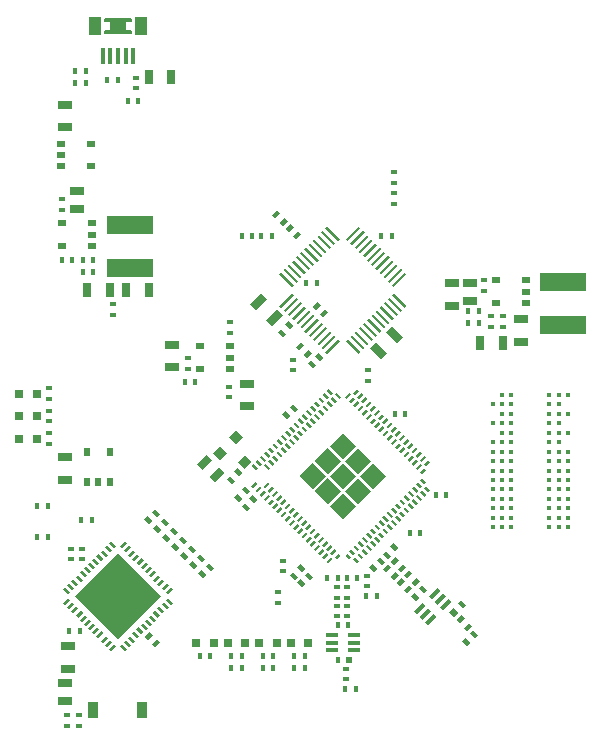
<source format=gbr>
G04 #@! TF.FileFunction,Paste,Top*
%FSLAX46Y46*%
G04 Gerber Fmt 4.6, Leading zero omitted, Abs format (unit mm)*
G04 Created by KiCad (PCBNEW 0.201512080931+6353~38~ubuntu14.04.1-stable) date Mon 21 Dec 2015 12:54:57 AM PST*
%MOMM*%
G01*
G04 APERTURE LIST*
%ADD10C,0.100000*%
%ADD11R,1.143000X0.635000*%
%ADD12R,0.700000X1.300000*%
%ADD13C,0.400000*%
%ADD14R,0.398780X0.599440*%
%ADD15R,0.599440X0.398780*%
%ADD16R,1.300000X0.700000*%
%ADD17R,0.797560X0.797560*%
%ADD18R,4.000000X1.500000*%
%ADD19R,0.950000X1.400000*%
%ADD20R,1.000000X0.350000*%
%ADD21R,0.762000X0.508000*%
%ADD22R,0.508000X0.762000*%
%ADD23R,0.400000X1.350000*%
%ADD24R,1.100000X1.500000*%
%ADD25C,0.127000*%
G04 APERTURE END LIST*
D10*
G36*
X110642590Y-105957076D02*
X110784012Y-106098498D01*
X109723352Y-107159158D01*
X109581930Y-107017736D01*
X110642590Y-105957076D01*
X110642590Y-105957076D01*
G37*
G36*
X110289036Y-105603522D02*
X110430458Y-105744944D01*
X109369798Y-106805604D01*
X109228376Y-106664182D01*
X110289036Y-105603522D01*
X110289036Y-105603522D01*
G37*
G36*
X109935483Y-105249969D02*
X110076905Y-105391391D01*
X109016245Y-106452051D01*
X108874823Y-106310629D01*
X109935483Y-105249969D01*
X109935483Y-105249969D01*
G37*
G36*
X109581930Y-104896415D02*
X109723352Y-105037837D01*
X108662692Y-106098497D01*
X108521270Y-105957075D01*
X109581930Y-104896415D01*
X109581930Y-104896415D01*
G37*
G36*
X109228376Y-104542862D02*
X109369798Y-104684284D01*
X108309138Y-105744944D01*
X108167716Y-105603522D01*
X109228376Y-104542862D01*
X109228376Y-104542862D01*
G37*
G36*
X108874823Y-104189309D02*
X109016245Y-104330731D01*
X107955585Y-105391391D01*
X107814163Y-105249969D01*
X108874823Y-104189309D01*
X108874823Y-104189309D01*
G37*
G36*
X108521269Y-103835755D02*
X108662691Y-103977177D01*
X107602031Y-105037837D01*
X107460609Y-104896415D01*
X108521269Y-103835755D01*
X108521269Y-103835755D01*
G37*
G36*
X108167716Y-103482202D02*
X108309138Y-103623624D01*
X107248478Y-104684284D01*
X107107056Y-104542862D01*
X108167716Y-103482202D01*
X108167716Y-103482202D01*
G37*
G36*
X107814163Y-103128648D02*
X107955585Y-103270070D01*
X106894925Y-104330730D01*
X106753503Y-104189308D01*
X107814163Y-103128648D01*
X107814163Y-103128648D01*
G37*
G36*
X107460609Y-102775095D02*
X107602031Y-102916517D01*
X106541371Y-103977177D01*
X106399949Y-103835755D01*
X107460609Y-102775095D01*
X107460609Y-102775095D01*
G37*
G36*
X107107056Y-102421542D02*
X107248478Y-102562964D01*
X106187818Y-103623624D01*
X106046396Y-103482202D01*
X107107056Y-102421542D01*
X107107056Y-102421542D01*
G37*
G36*
X106753502Y-102067988D02*
X106894924Y-102209410D01*
X105834264Y-103270070D01*
X105692842Y-103128648D01*
X106753502Y-102067988D01*
X106753502Y-102067988D01*
G37*
G36*
X104066498Y-102067988D02*
X105127158Y-103128648D01*
X104985736Y-103270070D01*
X103925076Y-102209410D01*
X104066498Y-102067988D01*
X104066498Y-102067988D01*
G37*
G36*
X103712944Y-102421542D02*
X104773604Y-103482202D01*
X104632182Y-103623624D01*
X103571522Y-102562964D01*
X103712944Y-102421542D01*
X103712944Y-102421542D01*
G37*
G36*
X103359391Y-102775095D02*
X104420051Y-103835755D01*
X104278629Y-103977177D01*
X103217969Y-102916517D01*
X103359391Y-102775095D01*
X103359391Y-102775095D01*
G37*
G36*
X103005837Y-103128648D02*
X104066497Y-104189308D01*
X103925075Y-104330730D01*
X102864415Y-103270070D01*
X103005837Y-103128648D01*
X103005837Y-103128648D01*
G37*
G36*
X102652284Y-103482202D02*
X103712944Y-104542862D01*
X103571522Y-104684284D01*
X102510862Y-103623624D01*
X102652284Y-103482202D01*
X102652284Y-103482202D01*
G37*
G36*
X102298731Y-103835755D02*
X103359391Y-104896415D01*
X103217969Y-105037837D01*
X102157309Y-103977177D01*
X102298731Y-103835755D01*
X102298731Y-103835755D01*
G37*
G36*
X101945177Y-104189309D02*
X103005837Y-105249969D01*
X102864415Y-105391391D01*
X101803755Y-104330731D01*
X101945177Y-104189309D01*
X101945177Y-104189309D01*
G37*
G36*
X101591624Y-104542862D02*
X102652284Y-105603522D01*
X102510862Y-105744944D01*
X101450202Y-104684284D01*
X101591624Y-104542862D01*
X101591624Y-104542862D01*
G37*
G36*
X101238070Y-104896415D02*
X102298730Y-105957075D01*
X102157308Y-106098497D01*
X101096648Y-105037837D01*
X101238070Y-104896415D01*
X101238070Y-104896415D01*
G37*
G36*
X100884517Y-105249969D02*
X101945177Y-106310629D01*
X101803755Y-106452051D01*
X100743095Y-105391391D01*
X100884517Y-105249969D01*
X100884517Y-105249969D01*
G37*
G36*
X100530964Y-105603522D02*
X101591624Y-106664182D01*
X101450202Y-106805604D01*
X100389542Y-105744944D01*
X100530964Y-105603522D01*
X100530964Y-105603522D01*
G37*
G36*
X100177410Y-105957076D02*
X101238070Y-107017736D01*
X101096648Y-107159158D01*
X100035988Y-106098498D01*
X100177410Y-105957076D01*
X100177410Y-105957076D01*
G37*
G36*
X101096648Y-107724842D02*
X101238070Y-107866264D01*
X100177410Y-108926924D01*
X100035988Y-108785502D01*
X101096648Y-107724842D01*
X101096648Y-107724842D01*
G37*
G36*
X101450202Y-108078396D02*
X101591624Y-108219818D01*
X100530964Y-109280478D01*
X100389542Y-109139056D01*
X101450202Y-108078396D01*
X101450202Y-108078396D01*
G37*
G36*
X101803755Y-108431949D02*
X101945177Y-108573371D01*
X100884517Y-109634031D01*
X100743095Y-109492609D01*
X101803755Y-108431949D01*
X101803755Y-108431949D01*
G37*
G36*
X102157308Y-108785503D02*
X102298730Y-108926925D01*
X101238070Y-109987585D01*
X101096648Y-109846163D01*
X102157308Y-108785503D01*
X102157308Y-108785503D01*
G37*
G36*
X102510862Y-109139056D02*
X102652284Y-109280478D01*
X101591624Y-110341138D01*
X101450202Y-110199716D01*
X102510862Y-109139056D01*
X102510862Y-109139056D01*
G37*
G36*
X102864415Y-109492609D02*
X103005837Y-109634031D01*
X101945177Y-110694691D01*
X101803755Y-110553269D01*
X102864415Y-109492609D01*
X102864415Y-109492609D01*
G37*
G36*
X103217969Y-109846163D02*
X103359391Y-109987585D01*
X102298731Y-111048245D01*
X102157309Y-110906823D01*
X103217969Y-109846163D01*
X103217969Y-109846163D01*
G37*
G36*
X103571522Y-110199716D02*
X103712944Y-110341138D01*
X102652284Y-111401798D01*
X102510862Y-111260376D01*
X103571522Y-110199716D01*
X103571522Y-110199716D01*
G37*
G36*
X103925075Y-110553270D02*
X104066497Y-110694692D01*
X103005837Y-111755352D01*
X102864415Y-111613930D01*
X103925075Y-110553270D01*
X103925075Y-110553270D01*
G37*
G36*
X104278629Y-110906823D02*
X104420051Y-111048245D01*
X103359391Y-112108905D01*
X103217969Y-111967483D01*
X104278629Y-110906823D01*
X104278629Y-110906823D01*
G37*
G36*
X104632182Y-111260376D02*
X104773604Y-111401798D01*
X103712944Y-112462458D01*
X103571522Y-112321036D01*
X104632182Y-111260376D01*
X104632182Y-111260376D01*
G37*
G36*
X104985736Y-111613930D02*
X105127158Y-111755352D01*
X104066498Y-112816012D01*
X103925076Y-112674590D01*
X104985736Y-111613930D01*
X104985736Y-111613930D01*
G37*
G36*
X105834264Y-111613930D02*
X106894924Y-112674590D01*
X106753502Y-112816012D01*
X105692842Y-111755352D01*
X105834264Y-111613930D01*
X105834264Y-111613930D01*
G37*
G36*
X106187818Y-111260376D02*
X107248478Y-112321036D01*
X107107056Y-112462458D01*
X106046396Y-111401798D01*
X106187818Y-111260376D01*
X106187818Y-111260376D01*
G37*
G36*
X106541371Y-110906823D02*
X107602031Y-111967483D01*
X107460609Y-112108905D01*
X106399949Y-111048245D01*
X106541371Y-110906823D01*
X106541371Y-110906823D01*
G37*
G36*
X106894925Y-110553270D02*
X107955585Y-111613930D01*
X107814163Y-111755352D01*
X106753503Y-110694692D01*
X106894925Y-110553270D01*
X106894925Y-110553270D01*
G37*
G36*
X107248478Y-110199716D02*
X108309138Y-111260376D01*
X108167716Y-111401798D01*
X107107056Y-110341138D01*
X107248478Y-110199716D01*
X107248478Y-110199716D01*
G37*
G36*
X107602031Y-109846163D02*
X108662691Y-110906823D01*
X108521269Y-111048245D01*
X107460609Y-109987585D01*
X107602031Y-109846163D01*
X107602031Y-109846163D01*
G37*
G36*
X107955585Y-109492609D02*
X109016245Y-110553269D01*
X108874823Y-110694691D01*
X107814163Y-109634031D01*
X107955585Y-109492609D01*
X107955585Y-109492609D01*
G37*
G36*
X108309138Y-109139056D02*
X109369798Y-110199716D01*
X109228376Y-110341138D01*
X108167716Y-109280478D01*
X108309138Y-109139056D01*
X108309138Y-109139056D01*
G37*
G36*
X108662692Y-108785503D02*
X109723352Y-109846163D01*
X109581930Y-109987585D01*
X108521270Y-108926925D01*
X108662692Y-108785503D01*
X108662692Y-108785503D01*
G37*
G36*
X109016245Y-108431949D02*
X110076905Y-109492609D01*
X109935483Y-109634031D01*
X108874823Y-108573371D01*
X109016245Y-108431949D01*
X109016245Y-108431949D01*
G37*
G36*
X109369798Y-108078396D02*
X110430458Y-109139056D01*
X110289036Y-109280478D01*
X109228376Y-108219818D01*
X109369798Y-108078396D01*
X109369798Y-108078396D01*
G37*
G36*
X109723352Y-107724842D02*
X110784012Y-108785502D01*
X110642590Y-108926924D01*
X109581930Y-107866264D01*
X109723352Y-107724842D01*
X109723352Y-107724842D01*
G37*
D11*
X82931000Y-100584000D03*
X82931000Y-99060000D03*
D12*
X88966000Y-89408000D03*
X90866000Y-89408000D03*
D13*
X124485000Y-121120000D03*
X123685000Y-121120000D03*
X122885000Y-121120000D03*
X119685000Y-121120000D03*
X118885000Y-121120000D03*
X118085000Y-121120000D03*
X118885000Y-119520000D03*
X119685000Y-119520000D03*
X122885000Y-119520000D03*
X123685000Y-119520000D03*
X124485000Y-119520000D03*
X123685000Y-120320000D03*
X122885000Y-120320000D03*
X119685000Y-120320000D03*
X118885000Y-120320000D03*
X118085000Y-120320000D03*
X118085000Y-117120000D03*
X118885000Y-117120000D03*
X119685000Y-117120000D03*
X122885000Y-117120000D03*
X123685000Y-117120000D03*
X124485000Y-116320000D03*
X123685000Y-116320000D03*
X122885000Y-116320000D03*
X119685000Y-116320000D03*
X118885000Y-116320000D03*
X118885000Y-117920000D03*
X119685000Y-117920000D03*
X122885000Y-117920000D03*
X123685000Y-117920000D03*
X124485000Y-117920000D03*
X123685000Y-118720000D03*
X122885000Y-118720000D03*
X119685000Y-118720000D03*
X118885000Y-118720000D03*
X118085000Y-118720000D03*
X118085000Y-124320000D03*
X118885000Y-124320000D03*
X119685000Y-124320000D03*
X122885000Y-124320000D03*
X123685000Y-124320000D03*
X124485000Y-124320000D03*
X124485000Y-123520000D03*
X123685000Y-123520000D03*
X122885000Y-123520000D03*
X119685000Y-123520000D03*
X118885000Y-123520000D03*
X118085000Y-123520000D03*
X118085000Y-121920000D03*
X118885000Y-121920000D03*
X119685000Y-121920000D03*
X122885000Y-121920000D03*
X123685000Y-121920000D03*
X124485000Y-121920000D03*
X124485000Y-122720000D03*
X123685000Y-122720000D03*
X122885000Y-122720000D03*
X119685000Y-122720000D03*
X118885000Y-122720000D03*
X118085000Y-122720000D03*
X118085000Y-125920000D03*
X118885000Y-125920000D03*
X119685000Y-125920000D03*
X122885000Y-125920000D03*
X123685000Y-125920000D03*
X124485000Y-125920000D03*
X124485000Y-125120000D03*
X123685000Y-125120000D03*
X122885000Y-125120000D03*
X119685000Y-125120000D03*
X118885000Y-125120000D03*
X118085000Y-125120000D03*
X118085000Y-126720000D03*
X118885000Y-126720000D03*
X119685000Y-126720000D03*
X122885000Y-126720000D03*
X123685000Y-126720000D03*
X124485000Y-126720000D03*
X124485000Y-127520000D03*
X123685000Y-127520000D03*
X122885000Y-127520000D03*
X119685000Y-127520000D03*
X118885000Y-127520000D03*
X118085000Y-127520000D03*
D10*
G36*
X101211155Y-131282977D02*
X101635023Y-131706845D01*
X101353043Y-131988825D01*
X100929175Y-131564957D01*
X101211155Y-131282977D01*
X101211155Y-131282977D01*
G37*
G36*
X101846957Y-130647175D02*
X102270825Y-131071043D01*
X101988845Y-131353023D01*
X101564977Y-130929155D01*
X101846957Y-130647175D01*
X101846957Y-130647175D01*
G37*
D14*
X108272580Y-133350000D03*
X107373420Y-133350000D03*
D10*
G36*
X101846155Y-131917977D02*
X102270023Y-132341845D01*
X101988043Y-132623825D01*
X101564175Y-132199957D01*
X101846155Y-131917977D01*
X101846155Y-131917977D01*
G37*
G36*
X102481957Y-131282175D02*
X102905825Y-131706043D01*
X102623845Y-131988023D01*
X102199977Y-131564155D01*
X102481957Y-131282175D01*
X102481957Y-131282175D01*
G37*
G36*
X96512155Y-124678977D02*
X96936023Y-125102845D01*
X96654043Y-125384825D01*
X96230175Y-124960957D01*
X96512155Y-124678977D01*
X96512155Y-124678977D01*
G37*
G36*
X97147957Y-124043175D02*
X97571825Y-124467043D01*
X97289845Y-124749023D01*
X96865977Y-124325155D01*
X97147957Y-124043175D01*
X97147957Y-124043175D01*
G37*
D14*
X110685580Y-117919500D03*
X109786420Y-117919500D03*
D15*
X107505500Y-114231420D03*
X107505500Y-115130580D03*
D14*
X114178080Y-124777500D03*
X113278920Y-124777500D03*
X111955580Y-128016000D03*
X111056420Y-128016000D03*
D15*
X81661000Y-99753420D03*
X81661000Y-100652580D03*
D16*
X81915000Y-93660000D03*
X81915000Y-91760000D03*
X81915000Y-123505000D03*
X81915000Y-121605000D03*
D12*
X85659000Y-107442000D03*
X83759000Y-107442000D03*
D14*
X83370420Y-105918000D03*
X84269580Y-105918000D03*
D16*
X90932000Y-113980000D03*
X90932000Y-112080000D03*
X114681000Y-106873000D03*
X114681000Y-108773000D03*
D15*
X92329000Y-113215420D03*
X92329000Y-114114580D03*
D11*
X116205000Y-106807000D03*
X116205000Y-108331000D03*
D15*
X117348000Y-107510580D03*
X117348000Y-106611420D03*
D10*
G36*
X95877155Y-123154977D02*
X96301023Y-123578845D01*
X96019043Y-123860825D01*
X95595175Y-123436957D01*
X95877155Y-123154977D01*
X95877155Y-123154977D01*
G37*
G36*
X96512957Y-122519175D02*
X96936825Y-122943043D01*
X96654845Y-123225023D01*
X96230977Y-122801155D01*
X96512957Y-122519175D01*
X96512957Y-122519175D01*
G37*
G36*
X95401433Y-122914210D02*
X94593210Y-123722433D01*
X94144197Y-123273420D01*
X94952420Y-122465197D01*
X95401433Y-122914210D01*
X95401433Y-122914210D01*
G37*
G36*
X94323803Y-121836580D02*
X93515580Y-122644803D01*
X93066567Y-122195790D01*
X93874790Y-121387567D01*
X94323803Y-121836580D01*
X94323803Y-121836580D01*
G37*
D16*
X97282000Y-115382000D03*
X97282000Y-117282000D03*
X120523000Y-111821000D03*
X120523000Y-109921000D03*
D15*
X95758000Y-116527580D03*
X95758000Y-115628420D03*
D12*
X118933000Y-111887000D03*
X117033000Y-111887000D03*
D15*
X118999000Y-109659420D03*
X118999000Y-110558580D03*
X117983000Y-109659420D03*
X117983000Y-110558580D03*
D14*
X82735420Y-88900000D03*
X83634580Y-88900000D03*
D10*
G36*
X89245977Y-137421845D02*
X89669845Y-136997977D01*
X89951825Y-137279957D01*
X89527957Y-137703825D01*
X89245977Y-137421845D01*
X89245977Y-137421845D01*
G37*
G36*
X88610175Y-136786043D02*
X89034043Y-136362175D01*
X89316023Y-136644155D01*
X88892155Y-137068023D01*
X88610175Y-136786043D01*
X88610175Y-136786043D01*
G37*
D15*
X83312000Y-129344420D03*
X83312000Y-130243580D03*
X82423000Y-129344420D03*
X82423000Y-130243580D03*
D16*
X82169000Y-137607000D03*
X82169000Y-139507000D03*
D14*
X82227420Y-136271000D03*
X83126580Y-136271000D03*
D15*
X83058000Y-144340580D03*
X83058000Y-143441420D03*
D14*
X104071420Y-131826000D03*
X104970580Y-131826000D03*
X106621580Y-131826000D03*
X105722420Y-131826000D03*
D10*
G36*
X107942155Y-130647977D02*
X108366023Y-131071845D01*
X108084043Y-131353825D01*
X107660175Y-130929957D01*
X107942155Y-130647977D01*
X107942155Y-130647977D01*
G37*
G36*
X108577957Y-130012175D02*
X109001825Y-130436043D01*
X108719845Y-130718023D01*
X108295977Y-130294155D01*
X108577957Y-130012175D01*
X108577957Y-130012175D01*
G37*
G36*
X109862845Y-129575023D02*
X109438977Y-129151155D01*
X109720957Y-128869175D01*
X110144825Y-129293043D01*
X109862845Y-129575023D01*
X109862845Y-129575023D01*
G37*
G36*
X109227043Y-130210825D02*
X108803175Y-129786957D01*
X109085155Y-129504977D01*
X109509023Y-129928845D01*
X109227043Y-130210825D01*
X109227043Y-130210825D01*
G37*
D15*
X104902000Y-134170420D03*
X104902000Y-135069580D03*
X105791000Y-134170420D03*
X105791000Y-135069580D03*
D10*
G36*
X110652023Y-132072155D02*
X110228155Y-132496023D01*
X109946175Y-132214043D01*
X110370043Y-131790175D01*
X110652023Y-132072155D01*
X110652023Y-132072155D01*
G37*
G36*
X111287825Y-132707957D02*
X110863957Y-133131825D01*
X110581977Y-132849845D01*
X111005845Y-132425977D01*
X111287825Y-132707957D01*
X111287825Y-132707957D01*
G37*
G36*
X111287023Y-131437155D02*
X110863155Y-131861023D01*
X110581175Y-131579043D01*
X111005043Y-131155175D01*
X111287023Y-131437155D01*
X111287023Y-131437155D01*
G37*
G36*
X111922825Y-132072957D02*
X111498957Y-132496825D01*
X111216977Y-132214845D01*
X111640845Y-131790977D01*
X111922825Y-132072957D01*
X111922825Y-132072957D01*
G37*
D14*
X105859580Y-135826500D03*
X104960420Y-135826500D03*
D10*
G36*
X112275845Y-133131023D02*
X111851977Y-132707155D01*
X112133957Y-132425175D01*
X112557825Y-132849043D01*
X112275845Y-133131023D01*
X112275845Y-133131023D01*
G37*
G36*
X111640043Y-133766825D02*
X111216175Y-133342957D01*
X111498155Y-133060977D01*
X111922023Y-133484845D01*
X111640043Y-133766825D01*
X111640043Y-133766825D01*
G37*
D14*
X104960420Y-138747500D03*
X105859580Y-138747500D03*
D10*
G36*
X115577845Y-134401023D02*
X115153977Y-133977155D01*
X115435957Y-133695175D01*
X115859825Y-134119043D01*
X115577845Y-134401023D01*
X115577845Y-134401023D01*
G37*
G36*
X114942043Y-135036825D02*
X114518175Y-134612957D01*
X114800155Y-134330977D01*
X115224023Y-134754845D01*
X114942043Y-135036825D01*
X114942043Y-135036825D01*
G37*
D14*
X105976420Y-138747500D03*
D10*
G36*
X114815845Y-135163023D02*
X114391977Y-134739155D01*
X114673957Y-134457175D01*
X115097825Y-134881043D01*
X114815845Y-135163023D01*
X114815845Y-135163023D01*
G37*
D14*
X106494580Y-141224000D03*
X105595420Y-141224000D03*
D10*
G36*
X115816155Y-136870977D02*
X116240023Y-137294845D01*
X115958043Y-137576825D01*
X115534175Y-137152957D01*
X115816155Y-136870977D01*
X115816155Y-136870977D01*
G37*
G36*
X116451957Y-136235175D02*
X116875825Y-136659043D01*
X116593845Y-136941023D01*
X116169977Y-136517155D01*
X116451957Y-136235175D01*
X116451957Y-136235175D01*
G37*
D15*
X109728000Y-100144580D03*
X109728000Y-99245420D03*
D10*
G36*
X100195155Y-110708977D02*
X100619023Y-111132845D01*
X100337043Y-111414825D01*
X99913175Y-110990957D01*
X100195155Y-110708977D01*
X100195155Y-110708977D01*
G37*
G36*
X100830957Y-110073175D02*
X101254825Y-110497043D01*
X100972845Y-110779023D01*
X100548977Y-110355155D01*
X100830957Y-110073175D01*
X100830957Y-110073175D01*
G37*
D14*
X109542580Y-102870000D03*
X108643420Y-102870000D03*
D10*
G36*
X100311858Y-109552619D02*
X99392619Y-110471858D01*
X98897644Y-109976883D01*
X99816883Y-109057644D01*
X100311858Y-109552619D01*
X100311858Y-109552619D01*
G37*
G36*
X98968356Y-108209117D02*
X98049117Y-109128356D01*
X97554142Y-108633381D01*
X98473381Y-107714142D01*
X98968356Y-108209117D01*
X98968356Y-108209117D01*
G37*
D17*
X79489300Y-116205000D03*
X77990700Y-116205000D03*
X79489300Y-120015000D03*
X77990700Y-120015000D03*
X79489300Y-118110000D03*
X77990700Y-118110000D03*
X95643700Y-137287000D03*
X97142300Y-137287000D03*
X94475300Y-137287000D03*
X92976700Y-137287000D03*
X102476300Y-137287000D03*
X100977700Y-137287000D03*
X99809300Y-137287000D03*
X98310700Y-137287000D03*
D15*
X107442000Y-131630420D03*
X107442000Y-132529580D03*
D18*
X87376000Y-101959000D03*
X87376000Y-105559000D03*
X124079000Y-106785000D03*
X124079000Y-110385000D03*
D11*
X81915000Y-142240000D03*
X81915000Y-140716000D03*
D15*
X104902000Y-132582920D03*
X104902000Y-133482080D03*
X105791000Y-132582920D03*
X105791000Y-133482080D03*
D10*
G36*
X109509023Y-130929155D02*
X109085155Y-131353023D01*
X108803175Y-131071043D01*
X109227043Y-130647175D01*
X109509023Y-130929155D01*
X109509023Y-130929155D01*
G37*
G36*
X110144825Y-131564957D02*
X109720957Y-131988825D01*
X109438977Y-131706845D01*
X109862845Y-131282977D01*
X110144825Y-131564957D01*
X110144825Y-131564957D01*
G37*
G36*
X110144023Y-130294155D02*
X109720155Y-130718023D01*
X109438175Y-130436043D01*
X109862043Y-130012175D01*
X110144023Y-130294155D01*
X110144023Y-130294155D01*
G37*
G36*
X110779825Y-130929957D02*
X110355957Y-131353825D01*
X110073977Y-131071845D01*
X110497845Y-130647977D01*
X110779825Y-130929957D01*
X110779825Y-130929957D01*
G37*
D15*
X105664000Y-139504420D03*
X105664000Y-140403580D03*
D10*
G36*
X115732023Y-135247155D02*
X115308155Y-135671023D01*
X115026175Y-135389043D01*
X115450043Y-134965175D01*
X115732023Y-135247155D01*
X115732023Y-135247155D01*
G37*
G36*
X116367825Y-135882957D02*
X115943957Y-136306825D01*
X115661977Y-136024845D01*
X116085845Y-135600977D01*
X116367825Y-135882957D01*
X116367825Y-135882957D01*
G37*
G36*
X96357107Y-119339848D02*
X96922863Y-119905604D01*
X96357107Y-120471360D01*
X95791351Y-119905604D01*
X96357107Y-119339848D01*
X96357107Y-119339848D01*
G37*
G36*
X95013604Y-120683351D02*
X95579360Y-121249107D01*
X95013604Y-121814863D01*
X94447848Y-121249107D01*
X95013604Y-120683351D01*
X95013604Y-120683351D01*
G37*
G36*
X97098848Y-121425092D02*
X97664604Y-121990848D01*
X97098848Y-122556604D01*
X96533092Y-121990848D01*
X97098848Y-121425092D01*
X97098848Y-121425092D01*
G37*
G36*
X97147155Y-125440977D02*
X97571023Y-125864845D01*
X97289043Y-126146825D01*
X96865175Y-125722957D01*
X97147155Y-125440977D01*
X97147155Y-125440977D01*
G37*
G36*
X97782957Y-124805175D02*
X98206825Y-125229043D01*
X97924845Y-125511023D01*
X97500977Y-125087155D01*
X97782957Y-124805175D01*
X97782957Y-124805175D01*
G37*
D15*
X80518000Y-116654580D03*
X80518000Y-115755420D03*
X80518000Y-120464580D03*
X80518000Y-119565420D03*
D14*
X83370420Y-104902000D03*
X84269580Y-104902000D03*
X81592420Y-104902000D03*
X82491580Y-104902000D03*
X92905580Y-115189000D03*
X92006420Y-115189000D03*
D15*
X95885000Y-110167420D03*
X95885000Y-111066580D03*
D14*
X116009420Y-110236000D03*
X116908580Y-110236000D03*
X116009420Y-109220000D03*
X116908580Y-109220000D03*
X82735420Y-89916000D03*
X83634580Y-89916000D03*
D10*
G36*
X89669845Y-126654023D02*
X89245977Y-126230155D01*
X89527957Y-125948175D01*
X89951825Y-126372043D01*
X89669845Y-126654023D01*
X89669845Y-126654023D01*
G37*
G36*
X89034043Y-127289825D02*
X88610175Y-126865957D01*
X88892155Y-126583977D01*
X89316023Y-127007845D01*
X89034043Y-127289825D01*
X89034043Y-127289825D01*
G37*
G36*
X93464155Y-131155977D02*
X93888023Y-131579845D01*
X93606043Y-131861825D01*
X93182175Y-131437957D01*
X93464155Y-131155977D01*
X93464155Y-131155977D01*
G37*
G36*
X94099957Y-130520175D02*
X94523825Y-130944043D01*
X94241845Y-131226023D01*
X93817977Y-130802155D01*
X94099957Y-130520175D01*
X94099957Y-130520175D01*
G37*
G36*
X92702155Y-130393977D02*
X93126023Y-130817845D01*
X92844043Y-131099825D01*
X92420175Y-130675957D01*
X92702155Y-130393977D01*
X92702155Y-130393977D01*
G37*
G36*
X93337957Y-129758175D02*
X93761825Y-130182043D01*
X93479845Y-130464023D01*
X93055977Y-130040155D01*
X93337957Y-129758175D01*
X93337957Y-129758175D01*
G37*
G36*
X91940155Y-129631977D02*
X92364023Y-130055845D01*
X92082043Y-130337825D01*
X91658175Y-129913957D01*
X91940155Y-129631977D01*
X91940155Y-129631977D01*
G37*
G36*
X92575957Y-128996175D02*
X92999825Y-129420043D01*
X92717845Y-129702023D01*
X92293977Y-129278155D01*
X92575957Y-128996175D01*
X92575957Y-128996175D01*
G37*
G36*
X91178155Y-128869977D02*
X91602023Y-129293845D01*
X91320043Y-129575825D01*
X90896175Y-129151957D01*
X91178155Y-128869977D01*
X91178155Y-128869977D01*
G37*
G36*
X91813957Y-128234175D02*
X92237825Y-128658043D01*
X91955845Y-128940023D01*
X91531977Y-128516155D01*
X91813957Y-128234175D01*
X91813957Y-128234175D01*
G37*
G36*
X90416155Y-128107977D02*
X90840023Y-128531845D01*
X90558043Y-128813825D01*
X90134175Y-128389957D01*
X90416155Y-128107977D01*
X90416155Y-128107977D01*
G37*
G36*
X91051957Y-127472175D02*
X91475825Y-127896043D01*
X91193845Y-128178023D01*
X90769977Y-127754155D01*
X91051957Y-127472175D01*
X91051957Y-127472175D01*
G37*
G36*
X89654155Y-127345977D02*
X90078023Y-127769845D01*
X89796043Y-128051825D01*
X89372175Y-127627957D01*
X89654155Y-127345977D01*
X89654155Y-127345977D01*
G37*
G36*
X90289957Y-126710175D02*
X90713825Y-127134043D01*
X90431845Y-127416023D01*
X90007977Y-126992155D01*
X90289957Y-126710175D01*
X90289957Y-126710175D01*
G37*
D15*
X80518000Y-117660420D03*
X80518000Y-118559580D03*
X82042000Y-144340580D03*
X82042000Y-143441420D03*
X99949000Y-133027420D03*
X99949000Y-133926580D03*
X100330000Y-130360420D03*
X100330000Y-131259580D03*
D14*
X95943420Y-138430000D03*
X96842580Y-138430000D03*
D10*
G36*
X100576155Y-117693977D02*
X101000023Y-118117845D01*
X100718043Y-118399825D01*
X100294175Y-117975957D01*
X100576155Y-117693977D01*
X100576155Y-117693977D01*
G37*
G36*
X101211957Y-117058175D02*
X101635825Y-117482043D01*
X101353845Y-117764023D01*
X100929977Y-117340155D01*
X101211957Y-117058175D01*
X101211957Y-117058175D01*
G37*
D14*
X96842580Y-139446000D03*
X95943420Y-139446000D03*
X84142580Y-126873000D03*
X83243420Y-126873000D03*
X94175580Y-138430000D03*
X93276420Y-138430000D03*
X102176580Y-138430000D03*
X101277420Y-138430000D03*
X101277420Y-139446000D03*
X102176580Y-139446000D03*
D15*
X101219000Y-114241580D03*
X101219000Y-113342420D03*
D14*
X99509580Y-138430000D03*
X98610420Y-138430000D03*
X98610420Y-139446000D03*
X99509580Y-139446000D03*
D15*
X109728000Y-97467420D03*
X109728000Y-98366580D03*
D10*
G36*
X103512845Y-113446023D02*
X103088977Y-113022155D01*
X103370957Y-112740175D01*
X103794825Y-113164043D01*
X103512845Y-113446023D01*
X103512845Y-113446023D01*
G37*
G36*
X102877043Y-114081825D02*
X102453175Y-113657957D01*
X102735155Y-113375977D01*
X103159023Y-113799845D01*
X102877043Y-114081825D01*
X102877043Y-114081825D01*
G37*
G36*
X102072977Y-112910845D02*
X102496845Y-112486977D01*
X102778825Y-112768957D01*
X102354957Y-113192825D01*
X102072977Y-112910845D01*
X102072977Y-112910845D01*
G37*
G36*
X101437175Y-112275043D02*
X101861043Y-111851175D01*
X102143023Y-112133155D01*
X101719155Y-112557023D01*
X101437175Y-112275043D01*
X101437175Y-112275043D01*
G37*
D19*
X88435000Y-143002000D03*
X84285000Y-143002000D03*
D20*
X106310000Y-137937000D03*
X106310000Y-137287000D03*
X106310000Y-136637000D03*
X104510000Y-136637000D03*
X104510000Y-137287000D03*
X104510000Y-137937000D03*
D10*
G36*
X113648719Y-134292033D02*
X114355826Y-133584926D01*
X114603313Y-133832413D01*
X113896206Y-134539520D01*
X113648719Y-134292033D01*
X113648719Y-134292033D01*
G37*
G36*
X113189099Y-133832414D02*
X113896206Y-133125307D01*
X114143693Y-133372794D01*
X113436586Y-134079901D01*
X113189099Y-133832414D01*
X113189099Y-133832414D01*
G37*
G36*
X112729480Y-133372794D02*
X113436587Y-132665687D01*
X113684074Y-132913174D01*
X112976967Y-133620281D01*
X112729480Y-133372794D01*
X112729480Y-133372794D01*
G37*
G36*
X111456687Y-134645587D02*
X112163794Y-133938480D01*
X112411281Y-134185967D01*
X111704174Y-134893074D01*
X111456687Y-134645587D01*
X111456687Y-134645587D01*
G37*
G36*
X111916307Y-135105206D02*
X112623414Y-134398099D01*
X112870901Y-134645586D01*
X112163794Y-135352693D01*
X111916307Y-135105206D01*
X111916307Y-135105206D01*
G37*
G36*
X112375926Y-135564826D02*
X113083033Y-134857719D01*
X113330520Y-135105206D01*
X112623413Y-135812313D01*
X112375926Y-135564826D01*
X112375926Y-135564826D01*
G37*
G36*
X106795944Y-130430774D02*
X106640366Y-130586352D01*
X106267706Y-130213692D01*
X106423284Y-130058114D01*
X106795944Y-130430774D01*
X106795944Y-130430774D01*
G37*
G36*
X107149497Y-130077220D02*
X106993919Y-130232798D01*
X106621259Y-129860138D01*
X106776837Y-129704560D01*
X107149497Y-130077220D01*
X107149497Y-130077220D01*
G37*
G36*
X107503051Y-129723667D02*
X107347473Y-129879245D01*
X106974813Y-129506585D01*
X107130391Y-129351007D01*
X107503051Y-129723667D01*
X107503051Y-129723667D01*
G37*
G36*
X107856604Y-129370113D02*
X107701026Y-129525691D01*
X107328366Y-129153031D01*
X107483944Y-128997453D01*
X107856604Y-129370113D01*
X107856604Y-129370113D01*
G37*
G36*
X108210157Y-129016560D02*
X108054579Y-129172138D01*
X107681919Y-128799478D01*
X107837497Y-128643900D01*
X108210157Y-129016560D01*
X108210157Y-129016560D01*
G37*
G36*
X108563711Y-128663007D02*
X108408133Y-128818585D01*
X108035473Y-128445925D01*
X108191051Y-128290347D01*
X108563711Y-128663007D01*
X108563711Y-128663007D01*
G37*
G36*
X108917264Y-128309453D02*
X108761686Y-128465031D01*
X108389026Y-128092371D01*
X108544604Y-127936793D01*
X108917264Y-128309453D01*
X108917264Y-128309453D01*
G37*
G36*
X109270818Y-127955900D02*
X109115240Y-128111478D01*
X108742580Y-127738818D01*
X108898158Y-127583240D01*
X109270818Y-127955900D01*
X109270818Y-127955900D01*
G37*
G36*
X109624371Y-127602346D02*
X109468793Y-127757924D01*
X109096133Y-127385264D01*
X109251711Y-127229686D01*
X109624371Y-127602346D01*
X109624371Y-127602346D01*
G37*
G36*
X109977924Y-127248793D02*
X109822346Y-127404371D01*
X109449686Y-127031711D01*
X109605264Y-126876133D01*
X109977924Y-127248793D01*
X109977924Y-127248793D01*
G37*
G36*
X110331478Y-126895240D02*
X110175900Y-127050818D01*
X109803240Y-126678158D01*
X109958818Y-126522580D01*
X110331478Y-126895240D01*
X110331478Y-126895240D01*
G37*
G36*
X110685031Y-126541686D02*
X110529453Y-126697264D01*
X110156793Y-126324604D01*
X110312371Y-126169026D01*
X110685031Y-126541686D01*
X110685031Y-126541686D01*
G37*
G36*
X111038585Y-126188133D02*
X110883007Y-126343711D01*
X110510347Y-125971051D01*
X110665925Y-125815473D01*
X111038585Y-126188133D01*
X111038585Y-126188133D01*
G37*
G36*
X111392138Y-125834579D02*
X111236560Y-125990157D01*
X110863900Y-125617497D01*
X111019478Y-125461919D01*
X111392138Y-125834579D01*
X111392138Y-125834579D01*
G37*
G36*
X111745691Y-125481026D02*
X111590113Y-125636604D01*
X111217453Y-125263944D01*
X111373031Y-125108366D01*
X111745691Y-125481026D01*
X111745691Y-125481026D01*
G37*
G36*
X112099245Y-125127473D02*
X111943667Y-125283051D01*
X111571007Y-124910391D01*
X111726585Y-124754813D01*
X112099245Y-125127473D01*
X112099245Y-125127473D01*
G37*
G36*
X112452798Y-124773919D02*
X112297220Y-124929497D01*
X111924560Y-124556837D01*
X112080138Y-124401259D01*
X112452798Y-124773919D01*
X112452798Y-124773919D01*
G37*
G36*
X112806352Y-124420366D02*
X112650774Y-124575944D01*
X112278114Y-124203284D01*
X112433692Y-124047706D01*
X112806352Y-124420366D01*
X112806352Y-124420366D01*
G37*
G36*
X106063028Y-130072624D02*
X105928663Y-130206989D01*
X105645806Y-129924132D01*
X105780171Y-129789767D01*
X106063028Y-130072624D01*
X106063028Y-130072624D01*
G37*
G36*
X106461482Y-129742759D02*
X106305904Y-129898337D01*
X105933244Y-129525677D01*
X106088822Y-129370099D01*
X106461482Y-129742759D01*
X106461482Y-129742759D01*
G37*
G36*
X106815036Y-129389205D02*
X106659458Y-129544783D01*
X106286798Y-129172123D01*
X106442376Y-129016545D01*
X106815036Y-129389205D01*
X106815036Y-129389205D01*
G37*
G36*
X107168589Y-129035652D02*
X107013011Y-129191230D01*
X106640351Y-128818570D01*
X106795929Y-128662992D01*
X107168589Y-129035652D01*
X107168589Y-129035652D01*
G37*
G36*
X107522143Y-128682098D02*
X107366565Y-128837676D01*
X106993905Y-128465016D01*
X107149483Y-128309438D01*
X107522143Y-128682098D01*
X107522143Y-128682098D01*
G37*
G36*
X107875696Y-128328545D02*
X107720118Y-128484123D01*
X107347458Y-128111463D01*
X107503036Y-127955885D01*
X107875696Y-128328545D01*
X107875696Y-128328545D01*
G37*
G36*
X108229249Y-127974992D02*
X108073671Y-128130570D01*
X107701011Y-127757910D01*
X107856589Y-127602332D01*
X108229249Y-127974992D01*
X108229249Y-127974992D01*
G37*
G36*
X108582803Y-127621438D02*
X108427225Y-127777016D01*
X108054565Y-127404356D01*
X108210143Y-127248778D01*
X108582803Y-127621438D01*
X108582803Y-127621438D01*
G37*
G36*
X108936356Y-127267885D02*
X108780778Y-127423463D01*
X108408118Y-127050803D01*
X108563696Y-126895225D01*
X108936356Y-127267885D01*
X108936356Y-127267885D01*
G37*
G36*
X109289910Y-126914332D02*
X109134332Y-127069910D01*
X108761672Y-126697250D01*
X108917250Y-126541672D01*
X109289910Y-126914332D01*
X109289910Y-126914332D01*
G37*
G36*
X109643463Y-126560778D02*
X109487885Y-126716356D01*
X109115225Y-126343696D01*
X109270803Y-126188118D01*
X109643463Y-126560778D01*
X109643463Y-126560778D01*
G37*
G36*
X109997016Y-126207225D02*
X109841438Y-126362803D01*
X109468778Y-125990143D01*
X109624356Y-125834565D01*
X109997016Y-126207225D01*
X109997016Y-126207225D01*
G37*
G36*
X110350570Y-125853671D02*
X110194992Y-126009249D01*
X109822332Y-125636589D01*
X109977910Y-125481011D01*
X110350570Y-125853671D01*
X110350570Y-125853671D01*
G37*
G36*
X110704123Y-125500118D02*
X110548545Y-125655696D01*
X110175885Y-125283036D01*
X110331463Y-125127458D01*
X110704123Y-125500118D01*
X110704123Y-125500118D01*
G37*
G36*
X111057676Y-125146565D02*
X110902098Y-125302143D01*
X110529438Y-124929483D01*
X110685016Y-124773905D01*
X111057676Y-125146565D01*
X111057676Y-125146565D01*
G37*
G36*
X111411230Y-124793011D02*
X111255652Y-124948589D01*
X110882992Y-124575929D01*
X111038570Y-124420351D01*
X111411230Y-124793011D01*
X111411230Y-124793011D01*
G37*
G36*
X111764783Y-124439458D02*
X111609205Y-124595036D01*
X111236545Y-124222376D01*
X111392123Y-124066798D01*
X111764783Y-124439458D01*
X111764783Y-124439458D01*
G37*
G36*
X112118337Y-124085904D02*
X111962759Y-124241482D01*
X111590099Y-123868822D01*
X111745677Y-123713244D01*
X112118337Y-124085904D01*
X112118337Y-124085904D01*
G37*
G36*
X112470476Y-123730937D02*
X112314898Y-123886515D01*
X111966280Y-123537897D01*
X112121858Y-123382319D01*
X112470476Y-123730937D01*
X112470476Y-123730937D01*
G37*
G36*
X104552294Y-116166308D02*
X104396716Y-116321886D01*
X104024056Y-115949226D01*
X104179634Y-115793648D01*
X104552294Y-116166308D01*
X104552294Y-116166308D01*
G37*
G36*
X104198741Y-116519862D02*
X104043163Y-116675440D01*
X103670503Y-116302780D01*
X103826081Y-116147202D01*
X104198741Y-116519862D01*
X104198741Y-116519862D01*
G37*
G36*
X103845187Y-116873415D02*
X103689609Y-117028993D01*
X103316949Y-116656333D01*
X103472527Y-116500755D01*
X103845187Y-116873415D01*
X103845187Y-116873415D01*
G37*
G36*
X103491634Y-117226969D02*
X103336056Y-117382547D01*
X102963396Y-117009887D01*
X103118974Y-116854309D01*
X103491634Y-117226969D01*
X103491634Y-117226969D01*
G37*
G36*
X103138081Y-117580522D02*
X102982503Y-117736100D01*
X102609843Y-117363440D01*
X102765421Y-117207862D01*
X103138081Y-117580522D01*
X103138081Y-117580522D01*
G37*
G36*
X102784527Y-117934075D02*
X102628949Y-118089653D01*
X102256289Y-117716993D01*
X102411867Y-117561415D01*
X102784527Y-117934075D01*
X102784527Y-117934075D01*
G37*
G36*
X102430974Y-118287629D02*
X102275396Y-118443207D01*
X101902736Y-118070547D01*
X102058314Y-117914969D01*
X102430974Y-118287629D01*
X102430974Y-118287629D01*
G37*
G36*
X102077420Y-118641182D02*
X101921842Y-118796760D01*
X101549182Y-118424100D01*
X101704760Y-118268522D01*
X102077420Y-118641182D01*
X102077420Y-118641182D01*
G37*
G36*
X101723867Y-118994736D02*
X101568289Y-119150314D01*
X101195629Y-118777654D01*
X101351207Y-118622076D01*
X101723867Y-118994736D01*
X101723867Y-118994736D01*
G37*
G36*
X101370314Y-119348289D02*
X101214736Y-119503867D01*
X100842076Y-119131207D01*
X100997654Y-118975629D01*
X101370314Y-119348289D01*
X101370314Y-119348289D01*
G37*
G36*
X101016760Y-119701842D02*
X100861182Y-119857420D01*
X100488522Y-119484760D01*
X100644100Y-119329182D01*
X101016760Y-119701842D01*
X101016760Y-119701842D01*
G37*
G36*
X100663207Y-120055396D02*
X100507629Y-120210974D01*
X100134969Y-119838314D01*
X100290547Y-119682736D01*
X100663207Y-120055396D01*
X100663207Y-120055396D01*
G37*
G36*
X100309653Y-120408949D02*
X100154075Y-120564527D01*
X99781415Y-120191867D01*
X99936993Y-120036289D01*
X100309653Y-120408949D01*
X100309653Y-120408949D01*
G37*
G36*
X99956100Y-120762503D02*
X99800522Y-120918081D01*
X99427862Y-120545421D01*
X99583440Y-120389843D01*
X99956100Y-120762503D01*
X99956100Y-120762503D01*
G37*
G36*
X99602547Y-121116056D02*
X99446969Y-121271634D01*
X99074309Y-120898974D01*
X99229887Y-120743396D01*
X99602547Y-121116056D01*
X99602547Y-121116056D01*
G37*
G36*
X99248993Y-121469609D02*
X99093415Y-121625187D01*
X98720755Y-121252527D01*
X98876333Y-121096949D01*
X99248993Y-121469609D01*
X99248993Y-121469609D01*
G37*
G36*
X98895440Y-121823163D02*
X98739862Y-121978741D01*
X98367202Y-121606081D01*
X98522780Y-121450503D01*
X98895440Y-121823163D01*
X98895440Y-121823163D01*
G37*
G36*
X98541886Y-122176716D02*
X98386308Y-122332294D01*
X98013648Y-121959634D01*
X98169226Y-121804056D01*
X98541886Y-122176716D01*
X98541886Y-122176716D01*
G37*
G36*
X98188333Y-122530269D02*
X98032755Y-122685847D01*
X97660095Y-122313187D01*
X97815673Y-122157609D01*
X98188333Y-122530269D01*
X98188333Y-122530269D01*
G37*
G36*
X105217681Y-116478142D02*
X105062103Y-116633720D01*
X104713485Y-116285102D01*
X104869063Y-116129524D01*
X105217681Y-116478142D01*
X105217681Y-116478142D01*
G37*
G36*
X104886756Y-116854323D02*
X104731178Y-117009901D01*
X104358518Y-116637241D01*
X104514096Y-116481663D01*
X104886756Y-116854323D01*
X104886756Y-116854323D01*
G37*
G36*
X104533202Y-117207877D02*
X104377624Y-117363455D01*
X104004964Y-116990795D01*
X104160542Y-116835217D01*
X104533202Y-117207877D01*
X104533202Y-117207877D01*
G37*
G36*
X104179649Y-117561430D02*
X104024071Y-117717008D01*
X103651411Y-117344348D01*
X103806989Y-117188770D01*
X104179649Y-117561430D01*
X104179649Y-117561430D01*
G37*
G36*
X103826095Y-117914984D02*
X103670517Y-118070562D01*
X103297857Y-117697902D01*
X103453435Y-117542324D01*
X103826095Y-117914984D01*
X103826095Y-117914984D01*
G37*
G36*
X103472542Y-118268537D02*
X103316964Y-118424115D01*
X102944304Y-118051455D01*
X103099882Y-117895877D01*
X103472542Y-118268537D01*
X103472542Y-118268537D01*
G37*
G36*
X103118989Y-118622090D02*
X102963411Y-118777668D01*
X102590751Y-118405008D01*
X102746329Y-118249430D01*
X103118989Y-118622090D01*
X103118989Y-118622090D01*
G37*
G36*
X102765435Y-118975644D02*
X102609857Y-119131222D01*
X102237197Y-118758562D01*
X102392775Y-118602984D01*
X102765435Y-118975644D01*
X102765435Y-118975644D01*
G37*
G36*
X102411882Y-119329197D02*
X102256304Y-119484775D01*
X101883644Y-119112115D01*
X102039222Y-118956537D01*
X102411882Y-119329197D01*
X102411882Y-119329197D01*
G37*
G36*
X102058328Y-119682750D02*
X101902750Y-119838328D01*
X101530090Y-119465668D01*
X101685668Y-119310090D01*
X102058328Y-119682750D01*
X102058328Y-119682750D01*
G37*
G36*
X101704775Y-120036304D02*
X101549197Y-120191882D01*
X101176537Y-119819222D01*
X101332115Y-119663644D01*
X101704775Y-120036304D01*
X101704775Y-120036304D01*
G37*
G36*
X101351222Y-120389857D02*
X101195644Y-120545435D01*
X100822984Y-120172775D01*
X100978562Y-120017197D01*
X101351222Y-120389857D01*
X101351222Y-120389857D01*
G37*
G36*
X100997668Y-120743411D02*
X100842090Y-120898989D01*
X100469430Y-120526329D01*
X100625008Y-120370751D01*
X100997668Y-120743411D01*
X100997668Y-120743411D01*
G37*
G36*
X100644115Y-121096964D02*
X100488537Y-121252542D01*
X100115877Y-120879882D01*
X100271455Y-120724304D01*
X100644115Y-121096964D01*
X100644115Y-121096964D01*
G37*
G36*
X100290562Y-121450517D02*
X100134984Y-121606095D01*
X99762324Y-121233435D01*
X99917902Y-121077857D01*
X100290562Y-121450517D01*
X100290562Y-121450517D01*
G37*
G36*
X99937008Y-121804071D02*
X99781430Y-121959649D01*
X99408770Y-121586989D01*
X99564348Y-121431411D01*
X99937008Y-121804071D01*
X99937008Y-121804071D01*
G37*
G36*
X99583455Y-122157624D02*
X99427877Y-122313202D01*
X99055217Y-121940542D01*
X99210795Y-121784964D01*
X99583455Y-122157624D01*
X99583455Y-122157624D01*
G37*
G36*
X99229901Y-122511178D02*
X99074323Y-122666756D01*
X98701663Y-122294096D01*
X98857241Y-122138518D01*
X99229901Y-122511178D01*
X99229901Y-122511178D01*
G37*
G36*
X112806352Y-121959634D02*
X112433692Y-122332294D01*
X112278114Y-122176716D01*
X112650774Y-121804056D01*
X112806352Y-121959634D01*
X112806352Y-121959634D01*
G37*
G36*
X112452798Y-121606081D02*
X112080138Y-121978741D01*
X111924560Y-121823163D01*
X112297220Y-121450503D01*
X112452798Y-121606081D01*
X112452798Y-121606081D01*
G37*
G36*
X112099245Y-121252527D02*
X111726585Y-121625187D01*
X111571007Y-121469609D01*
X111943667Y-121096949D01*
X112099245Y-121252527D01*
X112099245Y-121252527D01*
G37*
G36*
X111745691Y-120898974D02*
X111373031Y-121271634D01*
X111217453Y-121116056D01*
X111590113Y-120743396D01*
X111745691Y-120898974D01*
X111745691Y-120898974D01*
G37*
G36*
X111392138Y-120545421D02*
X111019478Y-120918081D01*
X110863900Y-120762503D01*
X111236560Y-120389843D01*
X111392138Y-120545421D01*
X111392138Y-120545421D01*
G37*
G36*
X111038585Y-120191867D02*
X110665925Y-120564527D01*
X110510347Y-120408949D01*
X110883007Y-120036289D01*
X111038585Y-120191867D01*
X111038585Y-120191867D01*
G37*
G36*
X110685031Y-119838314D02*
X110312371Y-120210974D01*
X110156793Y-120055396D01*
X110529453Y-119682736D01*
X110685031Y-119838314D01*
X110685031Y-119838314D01*
G37*
G36*
X110331478Y-119484760D02*
X109958818Y-119857420D01*
X109803240Y-119701842D01*
X110175900Y-119329182D01*
X110331478Y-119484760D01*
X110331478Y-119484760D01*
G37*
G36*
X109977924Y-119131207D02*
X109605264Y-119503867D01*
X109449686Y-119348289D01*
X109822346Y-118975629D01*
X109977924Y-119131207D01*
X109977924Y-119131207D01*
G37*
G36*
X109624371Y-118777654D02*
X109251711Y-119150314D01*
X109096133Y-118994736D01*
X109468793Y-118622076D01*
X109624371Y-118777654D01*
X109624371Y-118777654D01*
G37*
G36*
X109270818Y-118424100D02*
X108898158Y-118796760D01*
X108742580Y-118641182D01*
X109115240Y-118268522D01*
X109270818Y-118424100D01*
X109270818Y-118424100D01*
G37*
G36*
X108917264Y-118070547D02*
X108544604Y-118443207D01*
X108389026Y-118287629D01*
X108761686Y-117914969D01*
X108917264Y-118070547D01*
X108917264Y-118070547D01*
G37*
G36*
X108563711Y-117716993D02*
X108191051Y-118089653D01*
X108035473Y-117934075D01*
X108408133Y-117561415D01*
X108563711Y-117716993D01*
X108563711Y-117716993D01*
G37*
G36*
X108210157Y-117363440D02*
X107837497Y-117736100D01*
X107681919Y-117580522D01*
X108054579Y-117207862D01*
X108210157Y-117363440D01*
X108210157Y-117363440D01*
G37*
G36*
X107856604Y-117009887D02*
X107483944Y-117382547D01*
X107328366Y-117226969D01*
X107701026Y-116854309D01*
X107856604Y-117009887D01*
X107856604Y-117009887D01*
G37*
G36*
X107503051Y-116656333D02*
X107130391Y-117028993D01*
X106974813Y-116873415D01*
X107347473Y-116500755D01*
X107503051Y-116656333D01*
X107503051Y-116656333D01*
G37*
G36*
X107149497Y-116302780D02*
X106776837Y-116675440D01*
X106621259Y-116519862D01*
X106993919Y-116147202D01*
X107149497Y-116302780D01*
X107149497Y-116302780D01*
G37*
G36*
X106795944Y-115949226D02*
X106423284Y-116321886D01*
X106267706Y-116166308D01*
X106640366Y-115793648D01*
X106795944Y-115949226D01*
X106795944Y-115949226D01*
G37*
G36*
X112470476Y-122649063D02*
X112121858Y-122997681D01*
X111966280Y-122842103D01*
X112314898Y-122493485D01*
X112470476Y-122649063D01*
X112470476Y-122649063D01*
G37*
G36*
X112118337Y-122294096D02*
X111745677Y-122666756D01*
X111590099Y-122511178D01*
X111962759Y-122138518D01*
X112118337Y-122294096D01*
X112118337Y-122294096D01*
G37*
G36*
X111764783Y-121940542D02*
X111392123Y-122313202D01*
X111236545Y-122157624D01*
X111609205Y-121784964D01*
X111764783Y-121940542D01*
X111764783Y-121940542D01*
G37*
G36*
X111411230Y-121586989D02*
X111038570Y-121959649D01*
X110882992Y-121804071D01*
X111255652Y-121431411D01*
X111411230Y-121586989D01*
X111411230Y-121586989D01*
G37*
G36*
X111057676Y-121233435D02*
X110685016Y-121606095D01*
X110529438Y-121450517D01*
X110902098Y-121077857D01*
X111057676Y-121233435D01*
X111057676Y-121233435D01*
G37*
G36*
X110704123Y-120879882D02*
X110331463Y-121252542D01*
X110175885Y-121096964D01*
X110548545Y-120724304D01*
X110704123Y-120879882D01*
X110704123Y-120879882D01*
G37*
G36*
X110350570Y-120526329D02*
X109977910Y-120898989D01*
X109822332Y-120743411D01*
X110194992Y-120370751D01*
X110350570Y-120526329D01*
X110350570Y-120526329D01*
G37*
G36*
X109997016Y-120172775D02*
X109624356Y-120545435D01*
X109468778Y-120389857D01*
X109841438Y-120017197D01*
X109997016Y-120172775D01*
X109997016Y-120172775D01*
G37*
G36*
X109643463Y-119819222D02*
X109270803Y-120191882D01*
X109115225Y-120036304D01*
X109487885Y-119663644D01*
X109643463Y-119819222D01*
X109643463Y-119819222D01*
G37*
G36*
X109289910Y-119465668D02*
X108917250Y-119838328D01*
X108761672Y-119682750D01*
X109134332Y-119310090D01*
X109289910Y-119465668D01*
X109289910Y-119465668D01*
G37*
G36*
X108936356Y-119112115D02*
X108563696Y-119484775D01*
X108408118Y-119329197D01*
X108780778Y-118956537D01*
X108936356Y-119112115D01*
X108936356Y-119112115D01*
G37*
G36*
X108582803Y-118758562D02*
X108210143Y-119131222D01*
X108054565Y-118975644D01*
X108427225Y-118602984D01*
X108582803Y-118758562D01*
X108582803Y-118758562D01*
G37*
G36*
X108229249Y-118405008D02*
X107856589Y-118777668D01*
X107701011Y-118622090D01*
X108073671Y-118249430D01*
X108229249Y-118405008D01*
X108229249Y-118405008D01*
G37*
G36*
X107875696Y-118051455D02*
X107503036Y-118424115D01*
X107347458Y-118268537D01*
X107720118Y-117895877D01*
X107875696Y-118051455D01*
X107875696Y-118051455D01*
G37*
G36*
X107522143Y-117697902D02*
X107149483Y-118070562D01*
X106993905Y-117914984D01*
X107366565Y-117542324D01*
X107522143Y-117697902D01*
X107522143Y-117697902D01*
G37*
G36*
X107168589Y-117344348D02*
X106795929Y-117717008D01*
X106640351Y-117561430D01*
X107013011Y-117188770D01*
X107168589Y-117344348D01*
X107168589Y-117344348D01*
G37*
G36*
X106815036Y-116990795D02*
X106442376Y-117363455D01*
X106286798Y-117207877D01*
X106659458Y-116835217D01*
X106815036Y-116990795D01*
X106815036Y-116990795D01*
G37*
G36*
X106461482Y-116637241D02*
X106088822Y-117009901D01*
X105933244Y-116854323D01*
X106305904Y-116481663D01*
X106461482Y-116637241D01*
X106461482Y-116637241D01*
G37*
G36*
X106106515Y-116285102D02*
X105757897Y-116633720D01*
X105602319Y-116478142D01*
X105950937Y-116129524D01*
X106106515Y-116285102D01*
X106106515Y-116285102D01*
G37*
G36*
X98188333Y-123849731D02*
X97815673Y-124222391D01*
X97660095Y-124066813D01*
X98032755Y-123694153D01*
X98188333Y-123849731D01*
X98188333Y-123849731D01*
G37*
G36*
X98541886Y-124203284D02*
X98169226Y-124575944D01*
X98013648Y-124420366D01*
X98386308Y-124047706D01*
X98541886Y-124203284D01*
X98541886Y-124203284D01*
G37*
G36*
X98895440Y-124556837D02*
X98522780Y-124929497D01*
X98367202Y-124773919D01*
X98739862Y-124401259D01*
X98895440Y-124556837D01*
X98895440Y-124556837D01*
G37*
G36*
X99248993Y-124910391D02*
X98876333Y-125283051D01*
X98720755Y-125127473D01*
X99093415Y-124754813D01*
X99248993Y-124910391D01*
X99248993Y-124910391D01*
G37*
G36*
X99602547Y-125263944D02*
X99229887Y-125636604D01*
X99074309Y-125481026D01*
X99446969Y-125108366D01*
X99602547Y-125263944D01*
X99602547Y-125263944D01*
G37*
G36*
X99956100Y-125617497D02*
X99583440Y-125990157D01*
X99427862Y-125834579D01*
X99800522Y-125461919D01*
X99956100Y-125617497D01*
X99956100Y-125617497D01*
G37*
G36*
X100309653Y-125971051D02*
X99936993Y-126343711D01*
X99781415Y-126188133D01*
X100154075Y-125815473D01*
X100309653Y-125971051D01*
X100309653Y-125971051D01*
G37*
G36*
X100663207Y-126324604D02*
X100290547Y-126697264D01*
X100134969Y-126541686D01*
X100507629Y-126169026D01*
X100663207Y-126324604D01*
X100663207Y-126324604D01*
G37*
G36*
X101016760Y-126678158D02*
X100644100Y-127050818D01*
X100488522Y-126895240D01*
X100861182Y-126522580D01*
X101016760Y-126678158D01*
X101016760Y-126678158D01*
G37*
G36*
X101370314Y-127031711D02*
X100997654Y-127404371D01*
X100842076Y-127248793D01*
X101214736Y-126876133D01*
X101370314Y-127031711D01*
X101370314Y-127031711D01*
G37*
G36*
X101723867Y-127385264D02*
X101351207Y-127757924D01*
X101195629Y-127602346D01*
X101568289Y-127229686D01*
X101723867Y-127385264D01*
X101723867Y-127385264D01*
G37*
G36*
X102077420Y-127738818D02*
X101704760Y-128111478D01*
X101549182Y-127955900D01*
X101921842Y-127583240D01*
X102077420Y-127738818D01*
X102077420Y-127738818D01*
G37*
G36*
X102430974Y-128092371D02*
X102058314Y-128465031D01*
X101902736Y-128309453D01*
X102275396Y-127936793D01*
X102430974Y-128092371D01*
X102430974Y-128092371D01*
G37*
G36*
X102784527Y-128445925D02*
X102411867Y-128818585D01*
X102256289Y-128663007D01*
X102628949Y-128290347D01*
X102784527Y-128445925D01*
X102784527Y-128445925D01*
G37*
G36*
X103138081Y-128799478D02*
X102765421Y-129172138D01*
X102609843Y-129016560D01*
X102982503Y-128643900D01*
X103138081Y-128799478D01*
X103138081Y-128799478D01*
G37*
G36*
X103491634Y-129153031D02*
X103118974Y-129525691D01*
X102963396Y-129370113D01*
X103336056Y-128997453D01*
X103491634Y-129153031D01*
X103491634Y-129153031D01*
G37*
G36*
X103845187Y-129506585D02*
X103472527Y-129879245D01*
X103316949Y-129723667D01*
X103689609Y-129351007D01*
X103845187Y-129506585D01*
X103845187Y-129506585D01*
G37*
G36*
X104198741Y-129860138D02*
X103826081Y-130232798D01*
X103670503Y-130077220D01*
X104043163Y-129704560D01*
X104198741Y-129860138D01*
X104198741Y-129860138D01*
G37*
G36*
X104552294Y-130213692D02*
X104179634Y-130586352D01*
X104024056Y-130430774D01*
X104396716Y-130058114D01*
X104552294Y-130213692D01*
X104552294Y-130213692D01*
G37*
G36*
X99229901Y-123868822D02*
X98857241Y-124241482D01*
X98701663Y-124085904D01*
X99074323Y-123713244D01*
X99229901Y-123868822D01*
X99229901Y-123868822D01*
G37*
G36*
X99583455Y-124222376D02*
X99210795Y-124595036D01*
X99055217Y-124439458D01*
X99427877Y-124066798D01*
X99583455Y-124222376D01*
X99583455Y-124222376D01*
G37*
G36*
X99937008Y-124575929D02*
X99564348Y-124948589D01*
X99408770Y-124793011D01*
X99781430Y-124420351D01*
X99937008Y-124575929D01*
X99937008Y-124575929D01*
G37*
G36*
X100290562Y-124929483D02*
X99917902Y-125302143D01*
X99762324Y-125146565D01*
X100134984Y-124773905D01*
X100290562Y-124929483D01*
X100290562Y-124929483D01*
G37*
G36*
X100644115Y-125283036D02*
X100271455Y-125655696D01*
X100115877Y-125500118D01*
X100488537Y-125127458D01*
X100644115Y-125283036D01*
X100644115Y-125283036D01*
G37*
G36*
X100997668Y-125636589D02*
X100625008Y-126009249D01*
X100469430Y-125853671D01*
X100842090Y-125481011D01*
X100997668Y-125636589D01*
X100997668Y-125636589D01*
G37*
G36*
X101351222Y-125990143D02*
X100978562Y-126362803D01*
X100822984Y-126207225D01*
X101195644Y-125834565D01*
X101351222Y-125990143D01*
X101351222Y-125990143D01*
G37*
G36*
X101704775Y-126343696D02*
X101332115Y-126716356D01*
X101176537Y-126560778D01*
X101549197Y-126188118D01*
X101704775Y-126343696D01*
X101704775Y-126343696D01*
G37*
G36*
X102058328Y-126697250D02*
X101685668Y-127069910D01*
X101530090Y-126914332D01*
X101902750Y-126541672D01*
X102058328Y-126697250D01*
X102058328Y-126697250D01*
G37*
G36*
X102411882Y-127050803D02*
X102039222Y-127423463D01*
X101883644Y-127267885D01*
X102256304Y-126895225D01*
X102411882Y-127050803D01*
X102411882Y-127050803D01*
G37*
G36*
X102765435Y-127404356D02*
X102392775Y-127777016D01*
X102237197Y-127621438D01*
X102609857Y-127248778D01*
X102765435Y-127404356D01*
X102765435Y-127404356D01*
G37*
G36*
X103118989Y-127757910D02*
X102746329Y-128130570D01*
X102590751Y-127974992D01*
X102963411Y-127602332D01*
X103118989Y-127757910D01*
X103118989Y-127757910D01*
G37*
G36*
X103472542Y-128111463D02*
X103099882Y-128484123D01*
X102944304Y-128328545D01*
X103316964Y-127955885D01*
X103472542Y-128111463D01*
X103472542Y-128111463D01*
G37*
G36*
X103826095Y-128465016D02*
X103453435Y-128837676D01*
X103297857Y-128682098D01*
X103670517Y-128309438D01*
X103826095Y-128465016D01*
X103826095Y-128465016D01*
G37*
G36*
X104179649Y-128818570D02*
X103806989Y-129191230D01*
X103651411Y-129035652D01*
X104024071Y-128662992D01*
X104179649Y-128818570D01*
X104179649Y-128818570D01*
G37*
G36*
X104533202Y-129172123D02*
X104160542Y-129544783D01*
X104004964Y-129389205D01*
X104377624Y-129016545D01*
X104533202Y-129172123D01*
X104533202Y-129172123D01*
G37*
G36*
X104886851Y-129525582D02*
X104514001Y-129898432D01*
X104358423Y-129742854D01*
X104731273Y-129370004D01*
X104886851Y-129525582D01*
X104886851Y-129525582D01*
G37*
G36*
X105174194Y-129924132D02*
X104891337Y-130206989D01*
X104756972Y-130072624D01*
X105039829Y-129789767D01*
X105174194Y-129924132D01*
X105174194Y-129924132D01*
G37*
G36*
X109086955Y-123190000D02*
X107955584Y-124321371D01*
X106824213Y-123190000D01*
X107955584Y-122058629D01*
X109086955Y-123190000D01*
X109086955Y-123190000D01*
G37*
G36*
X107814163Y-124462792D02*
X106682792Y-125594163D01*
X105551421Y-124462792D01*
X106682792Y-123331421D01*
X107814163Y-124462792D01*
X107814163Y-124462792D01*
G37*
G36*
X106541371Y-123190000D02*
X105410000Y-124321371D01*
X104278629Y-123190000D01*
X105410000Y-122058629D01*
X106541371Y-123190000D01*
X106541371Y-123190000D01*
G37*
G36*
X107814163Y-121917208D02*
X106682792Y-123048579D01*
X105551421Y-121917208D01*
X106682792Y-120785837D01*
X107814163Y-121917208D01*
X107814163Y-121917208D01*
G37*
G36*
X106541371Y-125735584D02*
X105410000Y-126866955D01*
X104278629Y-125735584D01*
X105410000Y-124604213D01*
X106541371Y-125735584D01*
X106541371Y-125735584D01*
G37*
G36*
X105268579Y-124462792D02*
X104137208Y-125594163D01*
X103005837Y-124462792D01*
X104137208Y-123331421D01*
X105268579Y-124462792D01*
X105268579Y-124462792D01*
G37*
G36*
X103995787Y-123190000D02*
X102864416Y-124321371D01*
X101733045Y-123190000D01*
X102864416Y-122058629D01*
X103995787Y-123190000D01*
X103995787Y-123190000D01*
G37*
G36*
X105268579Y-121917208D02*
X104137208Y-123048579D01*
X103005837Y-121917208D01*
X104137208Y-120785837D01*
X105268579Y-121917208D01*
X105268579Y-121917208D01*
G37*
G36*
X106541371Y-120644416D02*
X105410000Y-121775787D01*
X104278629Y-120644416D01*
X105410000Y-119513045D01*
X106541371Y-120644416D01*
X106541371Y-120644416D01*
G37*
D21*
X81534000Y-95059500D03*
X81534000Y-96964500D03*
X84074000Y-95059500D03*
X81534000Y-96012000D03*
X84074000Y-96964500D03*
D22*
X83756500Y-123698000D03*
X85661500Y-123698000D03*
X83756500Y-121158000D03*
X84709000Y-123698000D03*
X85661500Y-121158000D03*
D21*
X84201000Y-103695500D03*
X84201000Y-101790500D03*
X81661000Y-103695500D03*
X84201000Y-102743000D03*
X81661000Y-101790500D03*
X95885000Y-114109500D03*
X95885000Y-112204500D03*
X93345000Y-114109500D03*
X95885000Y-113157000D03*
X93345000Y-112204500D03*
X120904000Y-108521500D03*
X120904000Y-106616500D03*
X118364000Y-108521500D03*
X120904000Y-107569000D03*
X118364000Y-106616500D03*
D10*
G36*
X81889628Y-134109730D02*
X81713615Y-133933717D01*
X82137484Y-133509848D01*
X82313497Y-133685861D01*
X81889628Y-134109730D01*
X81889628Y-134109730D01*
G37*
G36*
X82243450Y-134463552D02*
X82067437Y-134287539D01*
X82491306Y-133863670D01*
X82667319Y-134039683D01*
X82243450Y-134463552D01*
X82243450Y-134463552D01*
G37*
G36*
X82597272Y-134817374D02*
X82421259Y-134641361D01*
X82845128Y-134217492D01*
X83021141Y-134393505D01*
X82597272Y-134817374D01*
X82597272Y-134817374D01*
G37*
G36*
X82951094Y-135171196D02*
X82775081Y-134995183D01*
X83198950Y-134571314D01*
X83374963Y-134747327D01*
X82951094Y-135171196D01*
X82951094Y-135171196D01*
G37*
G36*
X83303120Y-135523222D02*
X83127107Y-135347209D01*
X83550976Y-134923340D01*
X83726989Y-135099353D01*
X83303120Y-135523222D01*
X83303120Y-135523222D01*
G37*
G36*
X83656942Y-135877045D02*
X83480929Y-135701032D01*
X83904798Y-135277163D01*
X84080811Y-135453176D01*
X83656942Y-135877045D01*
X83656942Y-135877045D01*
G37*
G36*
X84010765Y-136230867D02*
X83834752Y-136054854D01*
X84258621Y-135630985D01*
X84434634Y-135806998D01*
X84010765Y-136230867D01*
X84010765Y-136230867D01*
G37*
G36*
X84364587Y-136584689D02*
X84188574Y-136408676D01*
X84612443Y-135984807D01*
X84788456Y-136160820D01*
X84364587Y-136584689D01*
X84364587Y-136584689D01*
G37*
G36*
X84718409Y-136938511D02*
X84542396Y-136762498D01*
X84966265Y-136338629D01*
X85142278Y-136514642D01*
X84718409Y-136938511D01*
X84718409Y-136938511D01*
G37*
G36*
X85072231Y-137292333D02*
X84896218Y-137116320D01*
X85320087Y-136692451D01*
X85496100Y-136868464D01*
X85072231Y-137292333D01*
X85072231Y-137292333D01*
G37*
G36*
X85426053Y-137646155D02*
X85250040Y-137470142D01*
X85673909Y-137046273D01*
X85849922Y-137222286D01*
X85426053Y-137646155D01*
X85426053Y-137646155D01*
G37*
G36*
X85778079Y-137998181D02*
X85602066Y-137822168D01*
X86025935Y-137398299D01*
X86201948Y-137574312D01*
X85778079Y-137998181D01*
X85778079Y-137998181D01*
G37*
G36*
X87753735Y-130361371D02*
X87577722Y-130185358D01*
X88001591Y-129761489D01*
X88177604Y-129937502D01*
X87753735Y-130361371D01*
X87753735Y-130361371D01*
G37*
G36*
X87401709Y-130009345D02*
X87225696Y-129833332D01*
X87649565Y-129409463D01*
X87825578Y-129585476D01*
X87401709Y-130009345D01*
X87401709Y-130009345D01*
G37*
G36*
X87047887Y-129655523D02*
X86871874Y-129479510D01*
X87295743Y-129055641D01*
X87471756Y-129231654D01*
X87047887Y-129655523D01*
X87047887Y-129655523D01*
G37*
G36*
X86694065Y-129301701D02*
X86518052Y-129125688D01*
X86941921Y-128701819D01*
X87117934Y-128877832D01*
X86694065Y-129301701D01*
X86694065Y-129301701D01*
G37*
G36*
X88359005Y-136584689D02*
X87935136Y-136160820D01*
X88111149Y-135984807D01*
X88535018Y-136408676D01*
X88359005Y-136584689D01*
X88359005Y-136584689D01*
G37*
G36*
X88711314Y-136230881D02*
X88287445Y-135807012D01*
X88463458Y-135630999D01*
X88887327Y-136054868D01*
X88711314Y-136230881D01*
X88711314Y-136230881D01*
G37*
G36*
X89064854Y-135878841D02*
X88640985Y-135454972D01*
X88816998Y-135278959D01*
X89240867Y-135702828D01*
X89064854Y-135878841D01*
X89064854Y-135878841D01*
G37*
G36*
X89418676Y-135525018D02*
X88994807Y-135101149D01*
X89170820Y-134925136D01*
X89594689Y-135349005D01*
X89418676Y-135525018D01*
X89418676Y-135525018D01*
G37*
G36*
X89772498Y-135171196D02*
X89348629Y-134747327D01*
X89524642Y-134571314D01*
X89948511Y-134995183D01*
X89772498Y-135171196D01*
X89772498Y-135171196D01*
G37*
G36*
X90126320Y-134817374D02*
X89702451Y-134393505D01*
X89878464Y-134217492D01*
X90302333Y-134641361D01*
X90126320Y-134817374D01*
X90126320Y-134817374D01*
G37*
G36*
X90480142Y-134463552D02*
X90056273Y-134039683D01*
X90232286Y-133863670D01*
X90656155Y-134287539D01*
X90480142Y-134463552D01*
X90480142Y-134463552D01*
G37*
G36*
X90833964Y-134109730D02*
X90410095Y-133685861D01*
X90586108Y-133509848D01*
X91009977Y-133933717D01*
X90833964Y-134109730D01*
X90833964Y-134109730D01*
G37*
G36*
X86945513Y-137998181D02*
X86521644Y-137574312D01*
X86697657Y-137398299D01*
X87121526Y-137822168D01*
X86945513Y-137998181D01*
X86945513Y-137998181D01*
G37*
G36*
X87299335Y-137644359D02*
X86875466Y-137220490D01*
X87051479Y-137044477D01*
X87475348Y-137468346D01*
X87299335Y-137644359D01*
X87299335Y-137644359D01*
G37*
G36*
X87653157Y-137290537D02*
X87229288Y-136866668D01*
X87405301Y-136690655D01*
X87829170Y-137114524D01*
X87653157Y-137290537D01*
X87653157Y-137290537D01*
G37*
G36*
X88005183Y-136938511D02*
X87581314Y-136514642D01*
X87757327Y-136338629D01*
X88181196Y-136762498D01*
X88005183Y-136938511D01*
X88005183Y-136938511D01*
G37*
G36*
X90582516Y-133190152D02*
X90406503Y-133014139D01*
X90830372Y-132590270D01*
X91006385Y-132766283D01*
X90582516Y-133190152D01*
X90582516Y-133190152D01*
G37*
G36*
X90230490Y-132834534D02*
X90054477Y-132658521D01*
X90478346Y-132234652D01*
X90654359Y-132410665D01*
X90230490Y-132834534D01*
X90230490Y-132834534D01*
G37*
G36*
X89878464Y-132482508D02*
X89702451Y-132306495D01*
X90126320Y-131882626D01*
X90302333Y-132058639D01*
X89878464Y-132482508D01*
X89878464Y-132482508D01*
G37*
G36*
X89524642Y-132128686D02*
X89348629Y-131952673D01*
X89772498Y-131528804D01*
X89948511Y-131704817D01*
X89524642Y-132128686D01*
X89524642Y-132128686D01*
G37*
G36*
X89170820Y-131774864D02*
X88994807Y-131598851D01*
X89418676Y-131174982D01*
X89594689Y-131350995D01*
X89170820Y-131774864D01*
X89170820Y-131774864D01*
G37*
G36*
X88816998Y-131421041D02*
X88640985Y-131245028D01*
X89064854Y-130821159D01*
X89240867Y-130997172D01*
X88816998Y-131421041D01*
X88816998Y-131421041D01*
G37*
G36*
X88463176Y-131067219D02*
X88287163Y-130891206D01*
X88711032Y-130467337D01*
X88887045Y-130643350D01*
X88463176Y-131067219D01*
X88463176Y-131067219D01*
G37*
G36*
X88109353Y-130713397D02*
X87933340Y-130537384D01*
X88357209Y-130113515D01*
X88533222Y-130289528D01*
X88109353Y-130713397D01*
X88109353Y-130713397D01*
G37*
G36*
X86025935Y-129301701D02*
X85602066Y-128877832D01*
X85778079Y-128701819D01*
X86201948Y-129125688D01*
X86025935Y-129301701D01*
X86025935Y-129301701D01*
G37*
G36*
X85672113Y-129655523D02*
X85248244Y-129231654D01*
X85424257Y-129055641D01*
X85848126Y-129479510D01*
X85672113Y-129655523D01*
X85672113Y-129655523D01*
G37*
G36*
X85318291Y-130009345D02*
X84894422Y-129585476D01*
X85070435Y-129409463D01*
X85494304Y-129833332D01*
X85318291Y-130009345D01*
X85318291Y-130009345D01*
G37*
G36*
X84966265Y-130361371D02*
X84542396Y-129937502D01*
X84718409Y-129761489D01*
X85142278Y-130185358D01*
X84966265Y-130361371D01*
X84966265Y-130361371D01*
G37*
G36*
X84612443Y-130715193D02*
X84188574Y-130291324D01*
X84364587Y-130115311D01*
X84788456Y-130539180D01*
X84612443Y-130715193D01*
X84612443Y-130715193D01*
G37*
G36*
X84258621Y-131069015D02*
X83834752Y-130645146D01*
X84010765Y-130469133D01*
X84434634Y-130893002D01*
X84258621Y-131069015D01*
X84258621Y-131069015D01*
G37*
G36*
X83904798Y-131422837D02*
X83480929Y-130998968D01*
X83656942Y-130822955D01*
X84080811Y-131246824D01*
X83904798Y-131422837D01*
X83904798Y-131422837D01*
G37*
G36*
X83550976Y-131776660D02*
X83127107Y-131352791D01*
X83303120Y-131176778D01*
X83726989Y-131600647D01*
X83550976Y-131776660D01*
X83550976Y-131776660D01*
G37*
G36*
X83197154Y-132130482D02*
X82773285Y-131706613D01*
X82949298Y-131530600D01*
X83373167Y-131954469D01*
X83197154Y-132130482D01*
X83197154Y-132130482D01*
G37*
G36*
X82843332Y-132484304D02*
X82419463Y-132060435D01*
X82595476Y-131884422D01*
X83019345Y-132308291D01*
X82843332Y-132484304D01*
X82843332Y-132484304D01*
G37*
G36*
X82491306Y-132836330D02*
X82067437Y-132412461D01*
X82243450Y-132236448D01*
X82667319Y-132660317D01*
X82491306Y-132836330D01*
X82491306Y-132836330D01*
G37*
G36*
X82137484Y-133190152D02*
X81713615Y-132766283D01*
X81889628Y-132590270D01*
X82313497Y-133014139D01*
X82137484Y-133190152D01*
X82137484Y-133190152D01*
G37*
G36*
X82718400Y-133350000D02*
X86360000Y-129708400D01*
X90001600Y-133350000D01*
X86360000Y-136991600D01*
X82718400Y-133350000D01*
X82718400Y-133350000D01*
G37*
G36*
X108633381Y-113265858D02*
X107714142Y-112346619D01*
X108209117Y-111851644D01*
X109128356Y-112770883D01*
X108633381Y-113265858D01*
X108633381Y-113265858D01*
G37*
G36*
X109976883Y-111922356D02*
X109057644Y-111003117D01*
X109552619Y-110508142D01*
X110471858Y-111427381D01*
X109976883Y-111922356D01*
X109976883Y-111922356D01*
G37*
D14*
X80429580Y-128380000D03*
X79530420Y-128380000D03*
X80444580Y-125755000D03*
X79545420Y-125755000D03*
D10*
G36*
X103540023Y-108704155D02*
X103116155Y-109128023D01*
X102834175Y-108846043D01*
X103258043Y-108422175D01*
X103540023Y-108704155D01*
X103540023Y-108704155D01*
G37*
G36*
X104175825Y-109339957D02*
X103751957Y-109763825D01*
X103469977Y-109481845D01*
X103893845Y-109057977D01*
X104175825Y-109339957D01*
X104175825Y-109339957D01*
G37*
D14*
X102293420Y-106807000D03*
X103192580Y-106807000D03*
D12*
X87061000Y-107442000D03*
X88961000Y-107442000D03*
D15*
X85979000Y-109542580D03*
X85979000Y-108643420D03*
D23*
X87660000Y-87665000D03*
X87010000Y-87665000D03*
X86360000Y-87665000D03*
X85710000Y-87665000D03*
X85060000Y-87665000D03*
D24*
X88310000Y-85090000D03*
X84410000Y-85090000D03*
D15*
X87884000Y-90365580D03*
X87884000Y-89466420D03*
D14*
X85460840Y-89662000D03*
X86360000Y-89662000D03*
X88079580Y-91440000D03*
X87180420Y-91440000D03*
D10*
G36*
X101183977Y-102877845D02*
X101607845Y-102453977D01*
X101889825Y-102735957D01*
X101465957Y-103159825D01*
X101183977Y-102877845D01*
X101183977Y-102877845D01*
G37*
G36*
X100548175Y-102242043D02*
X100972043Y-101818175D01*
X101254023Y-102100155D01*
X100830155Y-102524023D01*
X100548175Y-102242043D01*
X100548175Y-102242043D01*
G37*
D14*
X99382580Y-102870000D03*
X98483420Y-102870000D03*
X96832420Y-102870000D03*
X97731580Y-102870000D03*
D10*
G36*
X100111023Y-100957155D02*
X99687155Y-101381023D01*
X99405175Y-101099043D01*
X99829043Y-100675175D01*
X100111023Y-100957155D01*
X100111023Y-100957155D01*
G37*
G36*
X100746825Y-101592957D02*
X100322957Y-102016825D01*
X100040977Y-101734845D01*
X100464845Y-101310977D01*
X100746825Y-101592957D01*
X100746825Y-101592957D01*
G37*
D25*
G36*
X87439500Y-84645500D02*
X86995000Y-84645500D01*
X86970295Y-84650503D01*
X86949483Y-84664723D01*
X86935843Y-84685920D01*
X86931500Y-84709000D01*
X86931500Y-85471000D01*
X86936503Y-85495705D01*
X86950723Y-85516517D01*
X86971920Y-85530157D01*
X86995000Y-85534500D01*
X87439500Y-85534500D01*
X87439500Y-85661500D01*
X85280500Y-85661500D01*
X85280500Y-85534500D01*
X85725000Y-85534500D01*
X85749705Y-85529497D01*
X85770517Y-85515277D01*
X85784157Y-85494080D01*
X85788500Y-85471000D01*
X85788500Y-84709000D01*
X85783497Y-84684295D01*
X85769277Y-84663483D01*
X85748080Y-84649843D01*
X85725000Y-84645500D01*
X85280500Y-84645500D01*
X85280500Y-84518500D01*
X87439500Y-84518500D01*
X87439500Y-84645500D01*
X87439500Y-84645500D01*
G37*
X87439500Y-84645500D02*
X86995000Y-84645500D01*
X86970295Y-84650503D01*
X86949483Y-84664723D01*
X86935843Y-84685920D01*
X86931500Y-84709000D01*
X86931500Y-85471000D01*
X86936503Y-85495705D01*
X86950723Y-85516517D01*
X86971920Y-85530157D01*
X86995000Y-85534500D01*
X87439500Y-85534500D01*
X87439500Y-85661500D01*
X85280500Y-85661500D01*
X85280500Y-85534500D01*
X85725000Y-85534500D01*
X85749705Y-85529497D01*
X85770517Y-85515277D01*
X85784157Y-85494080D01*
X85788500Y-85471000D01*
X85788500Y-84709000D01*
X85783497Y-84684295D01*
X85769277Y-84663483D01*
X85748080Y-84649843D01*
X85725000Y-84645500D01*
X85280500Y-84645500D01*
X85280500Y-84518500D01*
X87439500Y-84518500D01*
X87439500Y-84645500D01*
M02*

</source>
